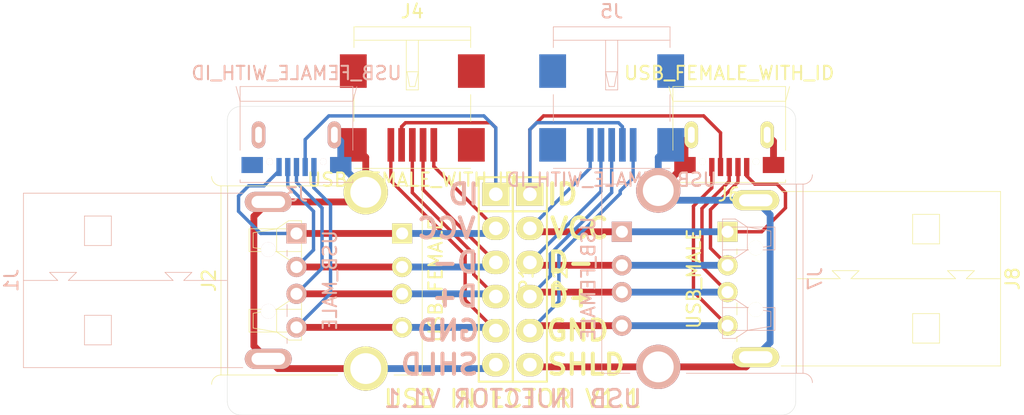
<source format=kicad_pcb>
(kicad_pcb (version 20221018) (generator pcbnew)
  (layers (0 "F.Cu" signal) (31 "B.Cu" signal) (34 "B.Paste" user) (35 "F.Paste" user) (36 "B.SilkS" user "B.Silkscreen") (37 "F.SilkS" user "F.Silkscreen") (38 "B.Mask" user) (39 "F.Mask" user) (44 "Edge.Cuts" user))
  (net 0 "")
  (net 1 "Net-(J1-Pad1)")
  (net 2 "Net-(J1-Pad2)")
  (net 3 "Net-(J1-Pad3)")
  (net 4 "Net-(J1-Pad4)")
  (net 5 "Net-(J1-Pad5)")
  (net 6 "Net-(J3-Pad4)")
  (net 7 "Net-(J5-Pad1)")
  (net 8 "Net-(J5-Pad2)")
  (net 9 "Net-(J5-Pad3)")
  (net 10 "Net-(J5-Pad4)")
  (net 11 "Net-(J5-Pad5)")
  (net 12 "Net-(J5-Pad6)")
  (footprint "Connectors:USB_A_Female" (layer "F.Cu") (at 73.025 69.469 -90)
    (fp_text reference "J2" (at 3.5 14.4 90) (layer "F.SilkS"))
    (fp_text value "USB_FEMALE" (at 3.5 -2.5 270) (layer "F.SilkS"))
    (fp_line (start -3.55 -1.5) (end 10.55 -1.5) (stroke (width 0.05)) (layer "F.SilkS"))
    (fp_line (start -3.55 0.6) (end -3.55 -1.5) (stroke (width 0.05)) (layer "F.SilkS"))
    (fp_line (start -3.55 13.5) (end -3.55 4.8) (stroke (width 0.05)) (layer "F.SilkS"))
    (fp_line (start -0.95 7.5) (end -0.95 8.45) (stroke (width 0.05)) (layer "F.SilkS"))
    (fp_line (start -0.95 8.45) (end -0.35 9.35) (stroke (width 0.05)) (layer "F.SilkS"))
    (fp_line (start -0.35 9.35) (end 1.35 9.35) (stroke (width 0.05)) (layer "F.SilkS"))
    (fp_line (start -0.35 9.4) (end -0.35 7.5) (stroke (width 0.05)) (layer "F.SilkS"))
    (fp_line (start -0.35 9.4) (end -0.35 11.4) (stroke (width 0.05)) (layer "F.SilkS"))
    (fp_line (start -0.35 11.4) (end 1.35 11.4) (stroke (width 0.05)) (layer "F.SilkS"))
    (fp_line (start -0.05 11.1) (end -0.35 9.35) (stroke (width 0.05)) (layer "F.SilkS"))
    (fp_line (start -0.05 11.1) (end 1.05 11.1) (stroke (width 0.05)) (layer "F.SilkS"))
    (fp_line (start 1.05 11.1) (end 1.35 9.35) (stroke (width 0.05)) (layer "F.SilkS"))
    (fp_line (start 1.35 9.45) (end 1.35 7.5) (stroke (width 0.05)) (layer "F.SilkS"))
    (fp_line (start 1.35 11.4) (end 1.35 9.45) (stroke (width 0.05)) (layer "F.SilkS"))
    (fp_line (start 1.95 7.5) (end -0.95 7.5) (stroke (width 0.05)) (layer "F.SilkS"))
    (fp_line (start 1.95 7.5) (end 1.95 8.45) (stroke (width 0.05)) (layer "F.SilkS"))
    (fp_line (start 1.95 8.45) (end 1.35 9.35) (stroke (width 0.05)) (layer "F.SilkS"))
    (fp_line (start 5.05 7.5) (end 5.05 8.45) (stroke (width 0.05)) (layer "F.SilkS"))
    (fp_line (start 5.05 8.45) (end 5.65 9.35) (stroke (width 0.05)) (layer "F.SilkS"))
    (fp_line (start 5.65 9.35) (end 7.35 9.35) (stroke (width 0.05)) (layer "F.SilkS"))
    (fp_line (start 5.65 9.4) (end 5.65 7.5) (stroke (width 0.05)) (layer "F.SilkS"))
    (fp_line (start 5.65 9.4) (end 5.65 11.4) (stroke (width 0.05)) (layer "F.SilkS"))
    (fp_line (start 5.65 11.4) (end 7.35 11.4) (stroke (width 0.05)) (layer "F.SilkS"))
    (fp_line (start 5.95 11.1) (end 5.65 9.35) (stroke (width 0.05)) (layer "F.SilkS"))
    (fp_line (start 5.95 11.1) (end 7.05 11.1) (stroke (width 0.05)) (layer "F.SilkS"))
    (fp_line (start 7.05 11.1) (end 7.35 9.35) (stroke (width 0.05)) (layer "F.SilkS"))
    (fp_line (start 7.35 9.45) (end 7.35 7.5) (stroke (width 0.05)) (layer "F.SilkS"))
    (fp_line (start 7.35 11.4) (end 7.35 9.45) (stroke (width 0.05)) (layer "F.SilkS"))
    (fp_line (start 7.95 7.5) (end 5.05 7.5) (stroke (width 0.05)) (layer "F.SilkS"))
    (fp_line (start 7.95 7.5) (end 7.95 8.45) (stroke (width 0.05)) (layer "F.SilkS"))
    (fp_line (start 7.95 8.45) (end 7.35 9.35) (stroke (width 0.05)) (layer "F.SilkS"))
    (fp_line (start 10.55 0.6) (end 10.55 -1.5) (stroke (width 0.05)) (layer "F.SilkS"))
    (fp_line (start 10.55 4.8) (end 10.55 13.5) (stroke (width 0.05)) (layer "F.SilkS"))
    (fp_line (start 10.55 13) (end -3.55 13) (stroke (width 0.05)) (layer "F.SilkS"))
    (fp_line (start 10.55 13.5) (end -3.55 13.5) (stroke (width 0.05)) (layer "F.SilkS"))
    (fp_arc (start -3.55 13.5) (mid -3.755025 13.994975) (end -4.25 14.2) (stroke (width 0.05)) (layer "F.SilkS"))
    (fp_arc (start 11.25 14.2) (mid 10.755025 13.994975) (end 10.55 13.5) (stroke (width 0.05)) (layer "F.SilkS"))
    (pad "1" thru_hole rect (at 0 0 270) (size 1.5 1.5) (drill 0.9) (layers "*.Cu" "*.Mask" "F.SilkS") (net 1 "Net-(J1-Pad1)"))
    (pad "2" thru_hole circle (at 2.5 0 270) (size 1.5 1.5) (drill 0.9) (layers "*.Cu" "*.Mask" "F.SilkS") (net 2 "Net-(J1-Pad2)"))
    (pad "3" thru_hole circle (at 4.5 0 270) (size 1.5 1.5) (drill 0.9) (layers "*.Cu" "*.Mask" "F.SilkS") (net 3 "Net-(J1-Pad3)"))
    (pad "4" thru_hole circle (at 7 0 270) (size 1.5 1.5) (drill 0.9) (layers "*.Cu" "*.Mask" "F.SilkS") (net 4 "Net-(J1-Pad4)"))
    (pad "5" thru_hole circle (at -3.071 2.71 270) (size 3.3 3.3) (drill 2.3) (layers "*.Cu" "*.Mask" "F.SilkS") (net 5 "Net-(J1-Pad5)"))
    (pad "5" thru_hole circle (at 10.071 2.71 270) (size 3.3 3.3) (drill 2.3) (layers "*.Cu" "*.Mask" "F.SilkS") (net 5 "Net-(J1-Pad5)"))
  )
  (footprint "Pin_Headers:Pin_Header_Straight_1x06" (layer "F.Cu") (at 82.55 72.898 -90)
    (fp_text reference "P2" (at 0 -2.286 270) (layer "F.SilkS"))
    (fp_text value "CONN_6" hide)
    (fp_line (start -7.62 -1.27) (end -7.62 1.27) (stroke (width 0.15)) (layer "F.SilkS"))
    (fp_line (start -7.62 -1.27) (end -5.08 -1.27) (stroke (width 0.15)) (layer "F.SilkS"))
    (fp_line (start -7.62 1.27) (end -5.08 1.27) (stroke (width 0.15)) (layer "F.SilkS"))
    (fp_line (start -5.08 -1.27) (end -5.08 1.27) (stroke (width 0.15)) (layer "F.SilkS"))
    (fp_line (start -5.08 -1.27) (end 7.62 -1.27) (stroke (width 0.15)) (layer "F.SilkS"))
    (fp_line (start 7.62 -1.27) (end 7.62 1.27) (stroke (width 0.15)) (layer "F.SilkS"))
    (fp_line (start 7.62 1.27) (end -5.08 1.27) (stroke (width 0.15)) (layer "F.SilkS"))
    (pad "1" thru_hole rect (at -6.35 0 270) (size 1.7272 2.032) (drill 1.016) (layers "*.Cu" "*.Mask" "F.SilkS") (net 10 "Net-(J5-Pad4)"))
    (pad "2" thru_hole oval (at -3.81 0 270) (size 1.7272 2.032) (drill 1.016) (layers "*.Cu" "*.Mask" "F.SilkS") (net 7 "Net-(J5-Pad1)"))
    (pad "3" thru_hole oval (at -1.27 0 270) (size 1.7272 2.032) (drill 1.016) (layers "*.Cu" "*.Mask" "F.SilkS") (net 8 "Net-(J5-Pad2)"))
    (pad "4" thru_hole oval (at 1.27 0 270) (size 1.7272 2.032) (drill 1.016) (layers "*.Cu" "*.Mask" "F.SilkS") (net 9 "Net-(J5-Pad3)"))
    (pad "5" thru_hole oval (at 3.81 0 270) (size 1.7272 2.032) (drill 1.016) (layers "*.Cu" "*.Mask" "F.SilkS") (net 11 "Net-(J5-Pad5)"))
    (pad "6" thru_hole oval (at 6.35 0 270) (size 1.7272 2.032) (drill 1.016) (layers "*.Cu" "*.Mask" "F.SilkS") (net 12 "Net-(J5-Pad6)"))
  )
  (footprint "Pin_Headers:Pin_Header_Straight_1x06" (layer "F.Cu") (at 80.01 72.898 -90)
    (fp_text reference "P1" (at 0 -2.286 270) (layer "F.SilkS"))
    (fp_text value "CONN_6" hide)
    (fp_line (start -7.62 -1.27) (end -7.62 1.27) (stroke (width 0.15)) (layer "F.SilkS"))
    (fp_line (start -7.62 -1.27) (end -5.08 -1.27) (stroke (width 0.15)) (layer "F.SilkS"))
    (fp_line (start -7.62 1.27) (end -5.08 1.27) (stroke (width 0.15)) (layer "F.SilkS"))
    (fp_line (start -5.08 -1.27) (end -5.08 1.27) (stroke (width 0.15)) (layer "F.SilkS"))
    (fp_line (start -5.08 -1.27) (end 7.62 -1.27) (stroke (width 0.15)) (layer "F.SilkS"))
    (fp_line (start 7.62 -1.27) (end 7.62 1.27) (stroke (width 0.15)) (layer "F.SilkS"))
    (fp_line (start 7.62 1.27) (end -5.08 1.27) (stroke (width 0.15)) (layer "F.SilkS"))
    (pad "1" thru_hole rect (at -6.35 0 270) (size 1.7272 2.032) (drill 1.016) (layers "*.Cu" "*.Mask" "F.SilkS") (net 6 "Net-(J3-Pad4)"))
    (pad "2" thru_hole oval (at -3.81 0 270) (size 1.7272 2.032) (drill 1.016) (layers "*.Cu" "*.Mask" "F.SilkS") (net 1 "Net-(J1-Pad1)"))
    (pad "3" thru_hole oval (at -1.27 0 270) (size 1.7272 2.032) (drill 1.016) (layers "*.Cu" "*.Mask" "F.SilkS") (net 2 "Net-(J1-Pad2)"))
    (pad "4" thru_hole oval (at 1.27 0 270) (size 1.7272 2.032) (drill 1.016) (layers "*.Cu" "*.Mask" "F.SilkS") (net 3 "Net-(J1-Pad3)"))
    (pad "5" thru_hole oval (at 3.81 0 270) (size 1.7272 2.032) (drill 1.016) (layers "*.Cu" "*.Mask" "F.SilkS") (net 4 "Net-(J1-Pad4)"))
    (pad "6" thru_hole oval (at 6.35 0 270) (size 1.7272 2.032) (drill 1.016) (layers "*.Cu" "*.Mask" "F.SilkS") (net 5 "Net-(J1-Pad5)"))
  )
  (footprint "Connectors:USB_Micro-B_Female_Wellco_AUSB_1011_05S2" (layer "F.Cu") (at 97.409 64.516 180)
    (fp_text reference "J6" (at 0 -2.05 180) (layer "F.SilkS"))
    (fp_text value "USB_FEMALE_WITH_ID" (at 0 7 180) (layer "F.SilkS"))
    (fp_line (start -4.2 -1.15) (end -4.2 -0.95) (stroke (width 0.05)) (layer "F.SilkS"))
    (fp_line (start -4.2 -1.15) (end 4.2 -1.15) (stroke (width 0.05)) (layer "F.SilkS"))
    (fp_line (start -4.2 1.25) (end -4.2 5.4) (stroke (width 0.05)) (layer "F.SilkS"))
    (fp_line (start -4.2 4.9) (end -4.5 6) (stroke (width 0.05)) (layer "F.SilkS"))
    (fp_line (start -4.2 6) (end -4.2 5.4) (stroke (width 0.05)) (layer "F.SilkS"))
    (fp_line (start 4.2 -1.15) (end 4.2 -0.95) (stroke (width 0.05)) (layer "F.SilkS"))
    (fp_line (start 4.2 1.25) (end 4.2 5.4) (stroke (width 0.05)) (layer "F.SilkS"))
    (fp_line (start 4.2 4.9) (end -4.2 4.9) (stroke (width 0.05)) (layer "F.SilkS"))
    (fp_line (start 4.2 4.9) (end 4.5 6) (stroke (width 0.05)) (layer "F.SilkS"))
    (fp_line (start 4.2 6) (end -4.2 6) (stroke (width 0.05)) (layer "F.SilkS"))
    (fp_line (start 4.2 6) (end 4.2 5.4) (stroke (width 0.05)) (layer "F.SilkS"))
    (pad "" np_thru_hole circle (at -2 0.4) (size 0.5 0.5) (drill 0.5) (layers "*.Cu" "*.Mask" "F.SilkS") (clearance 0.249999))
    (pad "" np_thru_hole circle (at 2 0.4) (size 0.5 0.5) (drill 0.5) (layers "*.Cu" "*.Mask" "F.SilkS") (clearance 0.24999))
    (pad "1" smd rect (at -1.3 0) (size 0.4 1.35) (layers "F.Cu" "F.Paste" "F.Mask") (net 7 "Net-(J5-Pad1)") (clearance 0.24999))
    (pad "2" smd rect (at -0.65 0) (size 0.4 1.35) (layers "F.Cu" "F.Paste" "F.Mask") (net 8 "Net-(J5-Pad2)") (clearance 0.25))
    (pad "3" smd rect (at 0 0) (size 0.4 1.35) (layers "F.Cu" "F.Paste" "F.Mask") (net 9 "Net-(J5-Pad3)") (clearance 0.25))
    (pad "4" smd rect (at 0.65 0) (size 0.4 1.35) (layers "F.Cu" "F.Paste" "F.Mask") (net 10 "Net-(J5-Pad4)") (clearance 0.25))
    (pad "5" smd rect (at 1.3 0) (size 0.4 1.35) (layers "F.Cu" "F.Paste" "F.Mask") (net 11 "Net-(J5-Pad5)") (clearance 0.24999))
    (pad "6" smd rect (at -3.3 0.15) (size 1.6 1.2) (layers "F.Cu" "F.Paste" "F.Mask") (net 12 "Net-(J5-Pad6)") (clearance 0.249999))
    (pad "6" thru_hole oval (at -2.825 2.4) (size 1 2) (drill oval 0.5 1.2) (layers "*.Cu" "*.Mask" "F.SilkS") (net 12 "Net-(J5-Pad6)") (clearance 0.25))
    (pad "6" thru_hole oval (at 2.825 2.4) (size 1 2) (drill oval 0.5 1.2) (layers "*.Cu" "*.Mask" "F.SilkS") (net 12 "Net-(J5-Pad6)") (clearance 0.25))
    (pad "6" smd rect (at 3.3 0.15) (size 1.6 1.2) (layers "F.Cu" "F.Paste" "F.Mask") (net 12 "Net-(J5-Pad6)") (clearance 0.24999))
  )
  (footprint "Connectors:USB_A_Male" (layer "F.Cu") (at 97.282 69.342 -90)
    (fp_text reference "J8" (at 3.5 -21.25 270) (layer "F.SilkS"))
    (fp_text value "USB_MALE" (at 3.5 2.5 90) (layer "F.SilkS"))
    (fp_line (start -3 -4) (end -3 -20.35) (stroke (width 0.05)) (layer "F.SilkS"))
    (fp_line (start -1.3 -15.8) (end -1.3 -13.8) (stroke (width 0.05)) (layer "F.SilkS"))
    (fp_line (start -1.3 -13.8) (end 0.9 -13.8) (stroke (width 0.05)) (layer "F.SilkS"))
    (fp_line (start 0.9 -15.8) (end -1.3 -15.8) (stroke (width 0.05)) (layer "F.SilkS"))
    (fp_line (start 0.9 -13.8) (end 0.9 -15.8) (stroke (width 0.05)) (layer "F.SilkS"))
    (fp_line (start 1.25 -0.7) (end 1.7 -0.7) (stroke (width 0.05)) (layer "F.SilkS"))
    (fp_line (start 2.9 -18.4) (end 3.5 -17.8) (stroke (width 0.05)) (layer "F.SilkS"))
    (fp_line (start 2.9 -16.4) (end 2.9 -18.4) (stroke (width 0.05)) (layer "F.SilkS"))
    (fp_line (start 2.9 -9.8) (end 3.5 -9.2) (stroke (width 0.05)) (layer "F.SilkS"))
    (fp_line (start 2.9 -7.8) (end 2.9 -9.8) (stroke (width 0.05)) (layer "F.SilkS"))
    (fp_line (start 3.5 -17.8) (end 3.5 -20.35) (stroke (width 0.05)) (layer "F.SilkS"))
    (fp_line (start 3.5 -17) (end 2.9 -16.4) (stroke (width 0.05)) (layer "F.SilkS"))
    (fp_line (start 3.5 -9.2) (end 3.5 -17) (stroke (width 0.05)) (layer "F.SilkS"))
    (fp_line (start 3.5 -8.4) (end 2.9 -7.8) (stroke (width 0.05)) (layer "F.SilkS"))
    (fp_line (start 3.5 -5.2) (end 3.5 -8.4) (stroke (width 0.05)) (layer "F.SilkS"))
    (fp_line (start 5.3 -0.7) (end 6.2 -0.7) (stroke (width 0.05)) (layer "F.SilkS"))
    (fp_line (start 6.1 -15.8) (end 8.3 -15.8) (stroke (width 0.05)) (layer "F.SilkS"))
    (fp_line (start 6.1 -13.8) (end 6.1 -15.8) (stroke (width 0.05)) (layer "F.SilkS"))
    (fp_line (start 7.8 -0.7) (end 8.2 -0.7) (stroke (width 0.05)) (layer "F.SilkS"))
    (fp_line (start 8.3 -15.8) (end 8.3 -13.8) (stroke (width 0.05)) (layer "F.SilkS"))
    (fp_line (start 8.3 -13.8) (end 6.1 -13.8) (stroke (width 0.05)) (layer "F.SilkS"))
    (fp_line (start 10 -20.35) (end -3 -20.35) (stroke (width 0.05)) (layer "F.SilkS"))
    (fp_line (start 10 -20.35) (end 10 -4) (stroke (width 0.05)) (layer "F.SilkS"))
    (fp_line (start 10 -5.13) (end -3 -5.13) (stroke (width 0.05)) (layer "F.SilkS"))
    (pad "" np_thru_hole circle (at 1.2 -2.1 90) (size 1.1 1.1) (drill 1.1) (layers "*.Cu" "*.Mask" "F.SilkS"))
    (pad "" np_thru_hole circle (at 5.8 -2.1 90) (size 1.1 1.1) (drill 1.1) (layers "*.Cu" "*.Mask" "F.SilkS"))
    (pad "1" thru_hole rect (at 0 0 90) (size 1.5 1.5) (drill 0.9) (layers "*.Cu" "*.Mask" "F.SilkS") (net 7 "Net-(J5-Pad1)"))
    (pad "2" thru_hole circle (at 2.5 0 90) (size 1.5 1.5) (drill 0.9) (layers "*.Cu" "*.Mask" "F.SilkS") (net 8 "Net-(J5-Pad2)"))
    (pad "3" thru_hole circle (at 4.5 0 90) (size 1.5 1.5) (drill 0.9) (layers "*.Cu" "*.Mask" "F.SilkS") (net 9 "Net-(J5-Pad3)"))
    (pad "4" thru_hole circle (at 7 0 90) (size 1.5 1.5) (drill 0.9) (layers "*.Cu" "*.Mask" "F.SilkS") (net 11 "Net-(J5-Pad5)"))
    (pad "5" thru_hole oval (at -2.35 -2.1 90) (size 1.5 3.5) (drill oval 0.9 2.5) (layers "*.Cu" "*.Mask" "F.SilkS") (net 12 "Net-(J5-Pad6)"))
    (pad "5" thru_hole oval (at 9.35 -2.1 90) (size 1.5 3.5) (drill oval 0.9 2.5) (layers "*.Cu" "*.Mask" "F.SilkS") (net 12 "Net-(J5-Pad6)"))
  )
  (footprint "Connectors:USB_Mini-B_Female" (layer "F.Cu") (at 73.787 62.865 180)
    (fp_text reference "J4" (at 0 9.95) (layer "F.SilkS"))
    (fp_text value "USB_FEMALE_WITH_ID" (at 0 -2.6) (layer "F.SilkS"))
    (fp_line (start -4.35 -1.75) (end 4.35 -1.75) (stroke (width 0.05)) (layer "F.SilkS"))
    (fp_line (start -4.35 1.75) (end -4.35 3.75) (stroke (width 0.05)) (layer "F.SilkS"))
    (fp_line (start -4.35 7.25) (end -4.35 7.8) (stroke (width 0.05)) (layer "F.SilkS"))
    (fp_line (start -4.35 7.8) (end -4.35 8.8) (stroke (width 0.05)) (layer "F.SilkS"))
    (fp_line (start -4.35 7.8) (end 4.35 7.8) (stroke (width 0.05)) (layer "F.SilkS"))
    (fp_line (start -4.35 8.8) (end 4.35 8.8) (stroke (width 0.05)) (layer "F.SilkS"))
    (fp_line (start -0.45 4.1) (end 0.45 4.1) (stroke (width 0.05)) (layer "F.SilkS"))
    (fp_line (start -0.45 5.45) (end 0.45 5.45) (stroke (width 0.05)) (layer "F.SilkS"))
    (fp_line (start -0.45 7.8) (end -0.45 4.1) (stroke (width 0.05)) (layer "F.SilkS"))
    (fp_line (start -0.2 4.35) (end -0.45 5.45) (stroke (width 0.05)) (layer "F.SilkS"))
    (fp_line (start 0.2 4.35) (end -0.2 4.35) (stroke (width 0.05)) (layer "F.SilkS"))
    (fp_line (start 0.4 5.45) (end 0.2 4.35) (stroke (width 0.05)) (layer "F.SilkS"))
    (fp_line (start 0.45 4.1) (end 0.45 7.8) (stroke (width 0.05)) (layer "F.SilkS"))
    (fp_line (start 4.35 1.75) (end 4.35 3.75) (stroke (width 0.05)) (layer "F.SilkS"))
    (fp_line (start 4.35 7.25) (end 4.35 7.8) (stroke (width 0.05)) (layer "F.SilkS"))
    (fp_line (start 4.35 7.8) (end 4.35 8.8) (stroke (width 0.05)) (layer "F.SilkS"))
    (pad "1" smd rect (at -1.6 0) (size 0.5 2.5) (layers "F.Cu" "F.Paste" "F.Mask") (net 1 "Net-(J1-Pad1)"))
    (pad "2" smd rect (at -0.8 0) (size 0.5 2.5) (layers "F.Cu" "F.Paste" "F.Mask") (net 2 "Net-(J1-Pad2)"))
    (pad "3" smd rect (at 0 0) (size 0.5 2.5) (layers "F.Cu" "F.Paste" "F.Mask") (net 3 "Net-(J1-Pad3)"))
    (pad "4" smd rect (at 0.8 0) (size 0.5 2.5) (layers "F.Cu" "F.Paste" "F.Mask") (net 6 "Net-(J3-Pad4)"))
    (pad "5" smd rect (at 1.6 0) (size 0.5 2.5) (layers "F.Cu" "F.Paste" "F.Mask") (net 4 "Net-(J1-Pad4)"))
    (pad "6" smd rect (at -4.4 0) (size 2 2.5) (layers "F.Cu" "F.Paste" "F.Mask") (net 5 "Net-(J1-Pad5)"))
    (pad "6" smd rect (at -4.4 5.5) (size 2 2.5) (layers "F.Cu" "F.Paste" "F.Mask") (net 5 "Net-(J1-Pad5)"))
    (pad "6" smd rect (at 4.4 0) (size 2 2.5) (layers "F.Cu" "F.Paste" "F.Mask") (net 5 "Net-(J1-Pad5)"))
    (pad "6" smd rect (at 4.4 5.5) (size 2 2.5) (layers "F.Cu" "F.Paste" "F.Mask") (net 5 "Net-(J1-Pad5)"))
  )
  (footprint "Connectors:USB_A_Male" (layer "B.Cu") (at 65.151 69.469 -90)
    (fp_text reference "J1" (at 3.5 21.25 270) (layer "B.SilkS") (effects (justify mirror)))
    (fp_text value "USB_MALE" (at 3.5 -2.5 90) (layer "B.SilkS") (effects (justify mirror)))
    (fp_line (start -3 4) (end -3 20.35) (stroke (width 0.05)) (layer "B.SilkS"))
    (fp_line (start -1.3 13.8) (end 0.9 13.8) (stroke (width 0.05)) (layer "B.SilkS"))
    (fp_line (start -1.3 15.8) (end -1.3 13.8) (stroke (width 0.05)) (layer "B.SilkS"))
    (fp_line (start 0.9 13.8) (end 0.9 15.8) (stroke (width 0.05)) (layer "B.SilkS"))
    (fp_line (start 0.9 15.8) (end -1.3 15.8) (stroke (width 0.05)) (layer "B.SilkS"))
    (fp_line (start 1.25 0.7) (end 1.7 0.7) (stroke (width 0.05)) (layer "B.SilkS"))
    (fp_line (start 2.9 7.8) (end 2.9 9.8) (stroke (width 0.05)) (layer "B.SilkS"))
    (fp_line (start 2.9 9.8) (end 3.5 9.2) (stroke (width 0.05)) (layer "B.SilkS"))
    (fp_line (start 2.9 16.4) (end 2.9 18.4) (stroke (width 0.05)) (layer "B.SilkS"))
    (fp_line (start 2.9 18.4) (end 3.5 17.8) (stroke (width 0.05)) (layer "B.SilkS"))
    (fp_line (start 3.5 5.2) (end 3.5 8.4) (stroke (width 0.05)) (layer "B.SilkS"))
    (fp_line (start 3.5 8.4) (end 2.9 7.8) (stroke (width 0.05)) (layer "B.SilkS"))
    (fp_line (start 3.5 9.2) (end 3.5 17) (stroke (width 0.05)) (layer "B.SilkS"))
    (fp_line (start 3.5 17) (end 2.9 16.4) (stroke (width 0.05)) (layer "B.SilkS"))
    (fp_line (start 3.5 17.8) (end 3.5 20.35) (stroke (width 0.05)) (layer "B.SilkS"))
    (fp_line (start 5.3 0.7) (end 6.2 0.7) (stroke (width 0.05)) (layer "B.SilkS"))
    (fp_line (start 6.1 13.8) (end 6.1 15.8) (stroke (width 0.05)) (layer "B.SilkS"))
    (fp_line (start 6.1 15.8) (end 8.3 15.8) (stroke (width 0.05)) (layer "B.SilkS"))
    (fp_line (start 7.8 0.7) (end 8.2 0.7) (stroke (width 0.05)) (layer "B.SilkS"))
    (fp_line (start 8.3 13.8) (end 6.1 13.8) (stroke (width 0.05)) (layer "B.SilkS"))
    (fp_line (start 8.3 15.8) (end 8.3 13.8) (stroke (width 0.05)) (layer "B.SilkS"))
    (fp_line (start 10 5.13) (end -3 5.13) (stroke (width 0.05)) (layer "B.SilkS"))
    (fp_line (start 10 20.35) (end -3 20.35) (stroke (width 0.05)) (layer "B.SilkS"))
    (fp_line (start 10 20.35) (end 10 4) (stroke (width 0.05)) (layer "B.SilkS"))
    (pad "" np_thru_hole circle (at 1.2 2.1 90) (size 1.1 1.1) (drill 1.1) (layers "*.Cu" "*.Mask" "B.SilkS"))
    (pad "" np_thru_hole circle (at 5.8 2.1 90) (size 1.1 1.1) (drill 1.1) (layers "*.Cu" "*.Mask" "B.SilkS"))
    (pad "1" thru_hole rect (at 0 0 90) (size 1.5 1.5) (drill 0.9) (layers "*.Cu" "*.Mask" "B.SilkS") (net 1 "Net-(J1-Pad1)"))
    (pad "2" thru_hole circle (at 2.5 0 90) (size 1.5 1.5) (drill 0.9) (layers "*.Cu" "*.Mask" "B.SilkS") (net 2 "Net-(J1-Pad2)"))
    (pad "3" thru_hole circle (at 4.5 0 90) (size 1.5 1.5) (drill 0.9) (layers "*.Cu" "*.Mask" "B.SilkS") (net 3 "Net-(J1-Pad3)"))
    (pad "4" thru_hole circle (at 7 0 90) (size 1.5 1.5) (drill 0.9) (layers "*.Cu" "*.Mask" "B.SilkS") (net 4 "Net-(J1-Pad4)"))
    (pad "5" thru_hole oval (at -2.35 2.1 90) (size 1.5 3.5) (drill oval 0.9 2.5) (layers "*.Cu" "*.Mask" "B.SilkS") (net 5 "Net-(J1-Pad5)"))
    (pad "5" thru_hole oval (at 9.35 2.1 90) (size 1.5 3.5) (drill oval 0.9 2.5) (layers "*.Cu" "*.Mask" "B.SilkS") (net 5 "Net-(J1-Pad5)"))
  )
  (footprint "Connectors:USB_Micro-B_Female_Wellco_AUSB_1011_05S2" (layer "B.Cu") (at 65.151 64.516)
    (fp_text reference "J3" (at 0 2.05) (layer "B.SilkS") (effects (justify mirror)))
    (fp_text value "USB_FEMALE_WITH_ID" (at 0 -7) (layer "B.SilkS") (effects (justify mirror)))
    (fp_line (start -4.2 -6) (end -4.2 -5.4) (stroke (width 0.05)) (layer "B.SilkS"))
    (fp_line (start -4.2 -4.9) (end -4.5 -6) (stroke (width 0.05)) (layer "B.SilkS"))
    (fp_line (start -4.2 -1.25) (end -4.2 -5.4) (stroke (width 0.05)) (layer "B.SilkS"))
    (fp_line (start -4.2 1.15) (end -4.2 0.95) (stroke (width 0.05)) (layer "B.SilkS"))
    (fp_line (start -4.2 1.15) (end 4.2 1.15) (stroke (width 0.05)) (layer "B.SilkS"))
    (fp_line (start 4.2 -6) (end -4.2 -6) (stroke (width 0.05)) (layer "B.SilkS"))
    (fp_line (start 4.2 -6) (end 4.2 -5.4) (stroke (width 0.05)) (layer "B.SilkS"))
    (fp_line (start 4.2 -4.9) (end -4.2 -4.9) (stroke (width 0.05)) (layer "B.SilkS"))
    (fp_line (start 4.2 -4.9) (end 4.5 -6) (stroke (width 0.05)) (layer "B.SilkS"))
    (fp_line (start 4.2 -1.25) (end 4.2 -5.4) (stroke (width 0.05)) (layer "B.SilkS"))
    (fp_line (start 4.2 1.15) (end 4.2 0.95) (stroke (width 0.05)) (layer "B.SilkS"))
    (pad "" np_thru_hole circle (at -2 -0.4 180) (size 0.5 0.5) (drill 0.5) (layers "*.Cu" "*.Mask" "B.SilkS") (clearance 0.249999))
    (pad "" np_thru_hole circle (at 2 -0.4 180) (size 0.5 0.5) (drill 0.5) (layers "*.Cu" "*.Mask" "B.SilkS") (clearance 0.24999))
    (pad "1" smd rect (at -1.3 0 180) (size 0.4 1.35) (layers "B.Cu" "B.Paste" "B.Mask") (net 1 "Net-(J1-Pad1)") (clearance 0.24999))
    (pad "2" smd rect (at -0.65 0 180) (size 0.4 1.35) (layers "B.Cu" "B.Paste" "B.Mask") (net 2 "Net-(J1-Pad2)") (clearance 0.25))
    (pad "3" smd rect (at 0 0 180) (size 0.4 1.35) (layers "B.Cu" "B.Paste" "B.Mask") (net 3 "Net-(J1-Pad3)") (clearance 0.25))
    (pad "4" smd rect (at 0.65 0 180) (size 0.4 1.35) (layers "B.Cu" "B.Paste" "B.Mask") (net 6 "Net-(J3-Pad4)") (clearance 0.25))
    (pad "5" smd rect (at 1.3 0 180) (size 0.4 1.35) (layers "B.Cu" "B.Paste" "B.Mask") (net 4 "Net-(J1-Pad4)") (clearance 0.24999))
    (pad "6" smd rect (at -3.3 -0.15 180) (size 1.6 1.2) (layers "B.Cu" "B.Paste" "B.Mask") (net 5 "Net-(J1-Pad5)") (clearance 0.249999))
    (pad "6" thru_hole oval (at -2.825 -2.4 180) (size 1 2) (drill oval 0.5 1.2) (layers "*.Cu" "*.Mask" "B.SilkS") (net 5 "Net-(J1-Pad5)") (clearance 0.25))
    (pad "6" thru_hole oval (at 2.825 -2.4 180) (size 1 2) (drill oval 0.5 1.2) (layers "*.Cu" "*.Mask" "B.SilkS") (net 5 "Net-(J1-Pad5)") (clearance 0.25))
    (pad "6" smd rect (at 3.3 -0.15 180) (size 1.6 1.2) (layers "B.Cu" "B.Paste" "B.Mask") (net 5 "Net-(J1-Pad5)") (clearance 0.24999))
  )
  (footprint "Connectors:USB_Mini-B_Female" (layer "B.Cu") (at 88.646 62.865)
    (fp_text reference "J5" (at 0 -9.95 180) (layer "B.SilkS") (effects (justify mirror)))
    (fp_text value "USB_FEMALE_WITH_ID" (at 0 2.6 180) (layer "B.SilkS") (effects (justify mirror)))
    (fp_line (start -4.35 -8.8) (end 4.35 -8.8) (stroke (width 0.05)) (layer "B.SilkS"))
    (fp_line (start -4.35 -7.8) (end -4.35 -8.8) (stroke (width 0.05)) (layer "B.SilkS"))
    (fp_line (start -4.35 -7.8) (end 4.35 -7.8) (stroke (width 0.05)) (layer "B.SilkS"))
    (fp_line (start -4.35 -7.25) (end -4.35 -7.8) (stroke (width 0.05)) (layer "B.SilkS"))
    (fp_line (start -4.35 -1.75) (end -4.35 -3.75) (stroke (width 0.05)) (layer "B.SilkS"))
    (fp_line (start -4.35 1.75) (end 4.35 1.75) (stroke (width 0.05)) (layer "B.SilkS"))
    (fp_line (start -0.45 -7.8) (end -0.45 -4.1) (stroke (width 0.05)) (layer "B.SilkS"))
    (fp_line (start -0.45 -5.45) (end 0.45 -5.45) (stroke (width 0.05)) (layer "B.SilkS"))
    (fp_line (start -0.45 -4.1) (end 0.45 -4.1) (stroke (width 0.05)) (layer "B.SilkS"))
    (fp_line (start -0.2 -4.35) (end -0.45 -5.45) (stroke (width 0.05)) (layer "B.SilkS"))
    (fp_line (start 0.2 -4.35) (end -0.2 -4.35) (stroke (width 0.05)) (layer "B.SilkS"))
    (fp_line (start 0.4 -5.45) (end 0.2 -4.35) (stroke (width 0.05)) (layer "B.SilkS"))
    (fp_line (start 0.45 -4.1) (end 0.45 -7.8) (stroke (width 0.05)) (layer "B.SilkS"))
    (fp_line (start 4.35 -7.8) (end 4.35 -8.8) (stroke (width 0.05)) (layer "B.SilkS"))
    (fp_line (start 4.35 -7.25) (end 4.35 -7.8) (stroke (width 0.05)) (layer "B.SilkS"))
    (fp_line (start 4.35 -1.75) (end 4.35 -3.75) (stroke (width 0.05)) (layer "B.SilkS"))
    (pad "1" smd rect (at -1.6 0 180) (size 0.5 2.5) (layers "B.Cu" "B.Paste" "B.Mask") (net 7 "Net-(J5-Pad1)"))
    (pad "2" smd rect (at -0.8 0 180) (size 0.5 2.5) (layers "B.Cu" "B.Paste" "B.Mask") (net 8 "Net-(J5-Pad2)"))
    (pad "3" smd rect (at 0 0 180) (size 0.5 2.5) (layers "B.Cu" "B.Paste" "B.Mask") (net 9 "Net-(J5-Pad3)"))
    (pad "4" smd rect (at 0.8 0 180) (size 0.5 2.5) (layers "B.Cu" "B.Paste" "B.Mask") (net 10 "Net-(J5-Pad4)"))
    (pad "5" smd rect (at 1.6 0 180) (size 0.5 2.5) (layers "B.Cu" "B.Paste" "B.Mask") (net 11 "Net-(J5-Pad5)"))
    (pad "6" smd rect (at -4.4 -5.5 180) (size 2 2.5) (layers "B.Cu" "B.Paste" "B.Mask") (net 12 "Net-(J5-Pad6)"))
    (pad "6" smd rect (at -4.4 0 180) (size 2 2.5) (layers "B.Cu" "B.Paste" "B.Mask") (net 12 "Net-(J5-Pad6)"))
    (pad "6" smd rect (at 4.4 -5.5 180) (size 2 2.5) (layers "B.Cu" "B.Paste" "B.Mask") (net 12 "Net-(J5-Pad6)"))
    (pad "6" smd rect (at 4.4 0 180) (size 2 2.5) (layers "B.Cu" "B.Paste" "B.Mask") (net 12 "Net-(J5-Pad6)"))
  )
  (footprint "Connectors:USB_A_Female" (layer "B.Cu") (at 89.408 69.342 -90)
    (fp_text reference "J7" (at 3.5 -14.4 90) (layer "B.SilkS") (effects (justify mirror)))
    (fp_text value "USB_FEMALE" (at 3.5 2.5 270) (layer "B.SilkS") (effects (justify mirror)))
    (fp_line (start -3.55 -13.5) (end -3.55 -4.8) (stroke (width 0.05)) (layer "B.SilkS"))
    (fp_line (start -3.55 -0.6) (end -3.55 1.5) (stroke (width 0.05)) (layer "B.SilkS"))
    (fp_line (start -3.55 1.5) (end 10.55 1.5) (stroke (width 0.05)) (layer "B.SilkS"))
    (fp_line (start -0.95 -8.45) (end -0.35 -9.35) (stroke (width 0.05)) (layer "B.SilkS"))
    (fp_line (start -0.95 -7.5) (end -0.95 -8.45) (stroke (width 0.05)) (layer "B.SilkS"))
    (fp_line (start -0.35 -11.4) (end 1.35 -11.4) (stroke (width 0.05)) (layer "B.SilkS"))
    (fp_line (start -0.35 -9.4) (end -0.35 -11.4) (stroke (width 0.05)) (layer "B.SilkS"))
    (fp_line (start -0.35 -9.4) (end -0.35 -7.5) (stroke (width 0.05)) (layer "B.SilkS"))
    (fp_line (start -0.35 -9.35) (end 1.35 -9.35) (stroke (width 0.05)) (layer "B.SilkS"))
    (fp_line (start -0.05 -11.1) (end -0.35 -9.35) (stroke (width 0.05)) (layer "B.SilkS"))
    (fp_line (start -0.05 -11.1) (end 1.05 -11.1) (stroke (width 0.05)) (layer "B.SilkS"))
    (fp_line (start 1.05 -11.1) (end 1.35 -9.35) (stroke (width 0.05)) (layer "B.SilkS"))
    (fp_line (start 1.35 -11.4) (end 1.35 -9.45) (stroke (width 0.05)) (layer "B.SilkS"))
    (fp_line (start 1.35 -9.45) (end 1.35 -7.5) (stroke (width 0.05)) (layer "B.SilkS"))
    (fp_line (start 1.95 -8.45) (end 1.35 -9.35) (stroke (width 0.05)) (layer "B.SilkS"))
    (fp_line (start 1.95 -7.5) (end -0.95 -7.5) (stroke (width 0.05)) (layer "B.SilkS"))
    (fp_line (start 1.95 -7.5) (end 1.95 -8.45) (stroke (width 0.05)) (layer "B.SilkS"))
    (fp_line (start 5.05 -8.45) (end 5.65 -9.35) (stroke (width 0.05)) (layer "B.SilkS"))
    (fp_line (start 5.05 -7.5) (end 5.05 -8.45) (stroke (width 0.05)) (layer "B.SilkS"))
    (fp_line (start 5.65 -11.4) (end 7.35 -11.4) (stroke (width 0.05)) (layer "B.SilkS"))
    (fp_line (start 5.65 -9.4) (end 5.65 -11.4) (stroke (width 0.05)) (layer "B.SilkS"))
    (fp_line (start 5.65 -9.4) (end 5.65 -7.5) (stroke (width 0.05)) (layer "B.SilkS"))
    (fp_line (start 5.65 -9.35) (end 7.35 -9.35) (stroke (width 0.05)) (layer "B.SilkS"))
    (fp_line (start 5.95 -11.1) (end 5.65 -9.35) (stroke (width 0.05)) (layer "B.SilkS"))
    (fp_line (start 5.95 -11.1) (end 7.05 -11.1) (stroke (width 0.05)) (layer "B.SilkS"))
    (fp_line (start 7.05 -11.1) (end 7.35 -9.35) (stroke (width 0.05)) (layer "B.SilkS"))
    (fp_line (start 7.35 -11.4) (end 7.35 -9.45) (stroke (width 0.05)) (layer "B.SilkS"))
    (fp_line (start 7.35 -9.45) (end 7.35 -7.5) (stroke (width 0.05)) (layer "B.SilkS"))
    (fp_line (start 7.95 -8.45) (end 7.35 -9.35) (stroke (width 0.05)) (layer "B.SilkS"))
    (fp_line (start 7.95 -7.5) (end 5.05 -7.5) (stroke (width 0.05)) (layer "B.SilkS"))
    (fp_line (start 7.95 -7.5) (end 7.95 -8.45) (stroke (width 0.05)) (layer "B.SilkS"))
    (fp_line (start 10.55 -13.5) (end -3.55 -13.5) (stroke (width 0.05)) (layer "B.SilkS"))
    (fp_line (start 10.55 -13) (end -3.55 -13) (stroke (width 0.05)) (layer "B.SilkS"))
    (fp_line (start 10.55 -4.8) (end 10.55 -13.5) (stroke (width 0.05)) (layer "B.SilkS"))
    (fp_line (start 10.55 -0.6) (end 10.55 1.5) (stroke (width 0.05)) (layer "B.SilkS"))
    (fp_arc (start -4.25 -14.2) (mid -3.755025 -13.994975) (end -3.55 -13.5) (stroke (width 0.05)) (layer "B.SilkS"))
    (fp_arc (start 10.55 -13.5) (mid 10.755025 -13.994975) (end 11.25 -14.2) (stroke (width 0.05)) (layer "B.SilkS"))
    (pad "1" thru_hole rect (at 0 0 270) (size 1.5 1.5) (drill 0.9) (layers "*.Cu" "*.Mask" "B.SilkS") (net 7 "Net-(J5-Pad1)"))
    (pad "2" thru_hole circle (at 2.5 0 270) (size 1.5 1.5) (drill 0.9) (layers "*.Cu" "*.Mask" "B.SilkS") (net 8 "Net-(J5-Pad2)"))
    (pad "3" thru_hole circle (at 4.5 0 270) (size 1.5 1.5) (drill 0.9) (layers "*.Cu" "*.Mask" "B.SilkS") (net 9 "Net-(J5-Pad3)"))
    (pad "4" thru_hole circle (at 7 0 270) (size 1.5 1.5) (drill 0.9) (layers "*.Cu" "*.Mask" "B.SilkS") (net 11 "Net-(J5-Pad5)"))
    (pad "5" thru_hole circle (at -3.071 -2.71 270) (size 3.3 3.3) (drill 2.3) (layers "*.Cu" "*.Mask" "B.SilkS") (net 12 "Net-(J5-Pad6)"))
    (pad "5" thru_hole circle (at 10.071 -2.71 270) (size 3.3 3.3) (drill 2.3) (layers "*.Cu" "*.Mask" "B.SilkS") (net 12 "Net-(J5-Pad6)"))
  )
  (gr_arc (start 101.365 60) (mid 102.072107 60.292893) (end 102.365 61) (stroke (width 0.0254)) (layer "Edge.Cuts"))
  (gr_line (start 61 83) (end 101.365 83) (stroke (width 0.0254)) (layer "Edge.Cuts"))
  (gr_line (start 61 60) (end 101.365 60) (stroke (width 0.0254)) (layer "Edge.Cuts"))
  (gr_arc (start 60 61) (mid 60.292893 60.292893) (end 61 60) (stroke (width 0.0254)) (layer "Edge.Cuts"))
  (gr_line (start 60 82) (end 60 61) (stroke (width 0.0254)) (layer "Edge.Cuts"))
  (gr_line (start 102.365 61) (end 102.365 82) (stroke (width 0.0254)) (layer "Edge.Cuts"))
  (gr_arc (start 102.365 82) (mid 102.072107 82.707107) (end 101.365 83) (stroke (width 0.0254)) (layer "Edge.Cuts"))
  (gr_arc (start 61 83) (mid 60.292893 82.707107) (end 60 82) (stroke (width 0.0254)) (layer "Edge.Cuts"))
  (gr_text "VCC" (at 76.327 69.088) (layer "B.SilkS") (effects (font (size 1.5 1.5) (thickness 0.3)) (justify mirror)))
  (gr_text "D-" (at 76.962 71.628) (layer "B.SilkS") (effects (font (size 1.5 1.5) (thickness 0.3)) (justify mirror)))
  (gr_text "USB INJECTOR V1.1" (at 81.28 81.788) (layer "B.SilkS") (effects (font (size 1.3 1.3) (thickness 0.2)) (justify mirror)))
  (gr_text "D+" (at 76.962 74.168) (layer "B.SilkS") (effects (font (size 1.5 1.5) (thickness 0.3)) (justify mirror)))
  (gr_text "ID" (at 77.597 66.548) (layer "B.SilkS") (effects (font (size 1.5 1.5) (thickness 0.3)) (justify mirror)))
  (gr_text "SHLD" (at 75.819 79.248) (layer "B.SilkS") (effects (font (size 1.5 1.5) (thickness 0.3)) (justify mirror)))
  (gr_text "GND" (at 76.454 76.708) (layer "B.SilkS") (effects (font (size 1.5 1.5) (thickness 0.3)) (justify mirror)))
  (gr_text "VCC" (at 86.233 69.088) (layer "F.SilkS") (effects (font (size 1.5 1.5) (thickness 0.3))))
  (gr_text "D-" (at 85.598 71.628) (layer "F.SilkS") (effects (font (size 1.5 1.5) (thickness 0.3))))
  (gr_text "D+" (at 85.598 74.168) (layer "F.SilkS") (effects (font (size 1.5 1.5) (thickness 0.3))))
  (gr_text "ID" (at 84.963 66.548) (layer "F.SilkS") (effects (font (size 1.5 1.5) (thickness 0.3))))
  (gr_text "GND" (at 86.106 76.708) (layer "F.SilkS") (effects (font (size 1.5 1.5) (thickness 0.3))))
  (gr_text "SHLD" (at 86.741 79.248) (layer "F.SilkS") (effects (font (size 1.5 1.5) (thickness 0.3))))
  (gr_text "USB INJECTOR V1.1" (at 81.28 81.788) (layer "F.SilkS") (effects (font (size 1.3 1.3) (thickness 0.2))))
  (segment (start 79.629 69.469) (end 80.01 69.088) (width 0.508) (layer "F.Cu") (net 1))
  (segment (start 75.387 64.465) (end 80.01 69.088) (width 0.254) (layer "F.Cu") (net 1))
  (segment (start 75.387 62.865) (end 75.387 64.465) (width 0.254) (layer "F.Cu") (net 1))
  (segment (start 65.151 69.469) (end 73.025 69.469) (width 0.508) (layer "F.Cu") (net 1))
  (segment (start 63.851 64.8) (end 62.738 65.913) (width 0.254) (layer "B.Cu") (net 1))
  (segment (start 62.738 65.913) (end 61.595 65.913) (width 0.254) (layer "B.Cu") (net 1))
  (segment (start 61.595 65.913) (end 60.833 66.675) (width 0.254) (layer "B.Cu") (net 1))
  (segment (start 60.833 66.675) (end 60.833 67.818) (width 0.254) (layer "B.Cu") (net 1))
  (segment (start 60.833 67.818) (end 62.484 69.469) (width 0.254) (layer "B.Cu") (net 1))
  (segment (start 62.484 69.469) (end 65.151 69.469) (width 0.254) (layer "B.Cu") (net 1))
  (segment (start 79.629 69.469) (end 80.01 69.088) (width 0.508) (layer "B.Cu") (net 1))
  (segment (start 73.025 69.469) (end 79.629 69.469) (width 0.508) (layer "B.Cu") (net 1))
  (segment (start 63.851 64.516) (end 63.851 64.8) (width 0.254) (layer "B.Cu") (net 1))
  (segment (start 79.669 71.969) (end 80.01 71.628) (width 0.508) (layer "F.Cu") (net 2))
  (segment (start 74.587 66.205) (end 80.01 71.628) (width 0.254) (layer "F.Cu") (net 2))
  (segment (start 73.025 71.969) (end 65.151 71.969) (width 0.508) (layer "F.Cu") (net 2))
  (segment (start 74.587 62.865) (end 74.587 66.205) (width 0.254) (layer "F.Cu") (net 2))
  (segment (start 64.501 65.898) (end 66.421 67.818) (width 0.254) (layer "B.Cu") (net 2))
  (segment (start 66.421 67.818) (end 66.421 70.699) (width 0.254) (layer "B.Cu") (net 2))
  (segment (start 66.421 70.699) (end 65.151 71.969) (width 0.254) (layer "B.Cu") (net 2))
  (segment (start 79.669 71.969) (end 80.01 71.628) (width 0.508) (layer "B.Cu") (net 2))
  (segment (start 64.501 64.516) (end 64.501 65.898) (width 0.254) (layer "B.Cu") (net 2))
  (segment (start 73.025 71.969) (end 79.669 71.969) (width 0.508) (layer "B.Cu") (net 2))
  (segment (start 79.811 73.969) (end 80.01 74.168) (width 0.508) (layer "F.Cu") (net 3))
  (segment (start 73.787 66.421) (end 78.359 70.993) (width 0.254) (layer "F.Cu") (net 3))
  (segment (start 78.359 70.993) (end 78.359 72.517) (width 0.254) (layer "F.Cu") (net 3))
  (segment (start 78.359 72.517) (end 80.01 74.168) (width 0.254) (layer "F.Cu") (net 3))
  (segment (start 73.787 62.865) (end 73.787 66.421) (width 0.254) (layer "F.Cu") (net 3))
  (segment (start 65.151 73.969) (end 73.025 73.969) (width 0.508) (layer "F.Cu") (net 3))
  (segment (start 65.151 65.659) (end 67.056 67.564) (width 0.254) (layer "B.Cu") (net 3))
  (segment (start 67.056 67.564) (end 67.056 72.064) (width 0.254) (layer "B.Cu") (net 3))
  (segment (start 67.056 72.064) (end 65.151 73.969) (width 0.254) (layer "B.Cu") (net 3))
  (segment (start 79.811 73.969) (end 80.01 74.168) (width 0.508) (layer "B.Cu") (net 3))
  (segment (start 65.151 64.516) (end 65.151 65.659) (width 0.254) (layer "B.Cu") (net 3))
  (segment (start 73.025 73.969) (end 79.811 73.969) (width 0.508) (layer "B.Cu") (net 3))
  (segment (start 79.771 76.469) (end 80.01 76.708) (width 0.508) (layer "F.Cu") (net 4))
  (segment (start 72.187 65.539424) (end 77.724 71.076424) (width 0.254) (layer "F.Cu") (net 4))
  (segment (start 77.724 71.076424) (end 77.724 74.422) (width 0.254) (layer "F.Cu") (net 4))
  (segment (start 77.724 74.422) (end 80.01 76.708) (width 0.254) (layer "F.Cu") (net 4))
  (segment (start 73.025 76.469) (end 65.151 76.469) (width 0.508) (layer "F.Cu") (net 4))
  (segment (start 72.187 62.865) (end 72.187 65.539424) (width 0.254) (layer "F.Cu") (net 4))
  (segment (start 66.451 66.07) (end 67.691 67.31) (width 0.254) (layer "B.Cu") (net 4))
  (segment (start 67.691 67.31) (end 67.691 73.929) (width 0.254) (layer "B.Cu") (net 4))
  (segment (start 67.691 73.929) (end 65.151 76.469) (width 0.254) (layer "B.Cu") (net 4))
  (segment (start 79.771 76.469) (end 80.01 76.708) (width 0.508) (layer "B.Cu") (net 4))
  (segment (start 66.451 64.516) (end 66.451 66.07) (width 0.254) (layer "B.Cu") (net 4))
  (segment (start 73.025 76.469) (end 79.771 76.469) (width 0.508) (layer "B.Cu") (net 4))
  (segment (start 70.607 79.248) (end 70.315 79.54) (width 0.508) (layer "F.Cu") (net 5))
  (segment (start 63.772 79.54) (end 63.051 78.819) (width 0.508) (layer "F.Cu") (net 5))
  (segment (start 69.594 67.119) (end 70.315 66.398) (width 0.508) (layer "F.Cu") (net 5))
  (segment (start 62.944 78.819) (end 61.976 77.851) (width 0.508) (layer "F.Cu") (net 5))
  (segment (start 61.976 77.851) (end 61.976 68.194) (width 0.508) (layer "F.Cu") (net 5))
  (segment (start 61.976 68.194) (end 63.051 67.119) (width 0.508) (layer "F.Cu") (net 5))
  (segment (start 69.387 65.47) (end 70.315 66.398) (width 0.508) (layer "F.Cu") (net 5))
  (segment (start 70.315 63.793) (end 69.387 62.865) (width 0.508) (layer "F.Cu") (net 5))
  (segment (start 70.315 66.398) (end 70.315 63.793) (width 0.508) (layer "F.Cu") (net 5))
  (segment (start 63.051 78.819) (end 62.944 78.819) (width 0.508) (layer "F.Cu") (net 5))
  (segment (start 63.051 78.819) (end 63.051 78.799) (width 0.508) (layer "F.Cu") (net 5))
  (segment (start 63.051 67.119) (end 69.594 67.119) (width 0.508) (layer "F.Cu") (net 5))
  (segment (start 70.315 79.54) (end 63.772 79.54) (width 0.508) (layer "F.Cu") (net 5))
  (segment (start 70.315 66.23) (end 68.451 64.366) (width 0.508) (layer "B.Cu") (net 5))
  (segment (start 79.718 79.54) (end 80.01 79.248) (width 0.508) (layer "B.Cu") (net 5))
  (segment (start 68.451 62.591) (end 67.976 62.116) (width 0.508) (layer "B.Cu") (net 5))
  (segment (start 70.315 66.398) (end 70.315 66.23) (width 0.508) (layer "B.Cu") (net 5))
  (segment (start 70.315 79.54) (end 79.718 79.54) (width 0.508) (layer "B.Cu") (net 5))
  (segment (start 68.451 64.366) (end 68.451 62.591) (width 0.508) (layer "B.Cu") (net 5))
  (segment (start 72.987 61.506) (end 73.279 61.214) (width 0.254) (layer "F.Cu") (net 6))
  (segment (start 73.279 61.214) (end 79.629 61.214) (width 0.254) (layer "F.Cu") (net 6))
  (segment (start 79.629 61.214) (end 80.01 61.595) (width 0.254) (layer "F.Cu") (net 6))
  (segment (start 80.01 61.595) (end 80.01 66.548) (width 0.254) (layer "F.Cu") (net 6))
  (segment (start 72.987 62.865) (end 72.987 61.506) (width 0.254) (layer "F.Cu") (net 6))
  (segment (start 65.801 62.469) (end 67.564 60.706) (width 0.254) (layer "B.Cu") (net 6))
  (segment (start 67.564 60.706) (end 79.121 60.706) (width 0.254) (layer "B.Cu") (net 6))
  (segment (start 79.121 60.706) (end 80.01 61.595) (width 0.254) (layer "B.Cu") (net 6))
  (segment (start 80.01 61.595) (end 80.01 66.548) (width 0.254) (layer "B.Cu") (net 6))
  (segment (start 65.801 64.516) (end 65.801 62.469) (width 0.254) (layer "B.Cu") (net 6))
  (segment (start 82.804 69.342) (end 82.55 69.088) (width 0.508) (layer "F.Cu") (net 7))
  (segment (start 98.709 65.181) (end 99.314 65.786) (width 0.254) (layer "F.Cu") (net 7))
  (segment (start 99.314 65.786) (end 100.965 65.786) (width 0.254) (layer "F.Cu") (net 7))
  (segment (start 100.965 65.786) (end 101.6 66.421) (width 0.254) (layer "F.Cu") (net 7))
  (segment (start 101.6 66.421) (end 101.6 67.564) (width 0.254) (layer "F.Cu") (net 7))
  (segment (start 101.6 67.564) (end 99.822 69.342) (width 0.254) (layer "F.Cu") (net 7))
  (segment (start 99.822 69.342) (end 97.282 69.342) (width 0.254) (layer "F.Cu") (net 7))
  (segment (start 98.709 64.516) (end 98.709 65.181) (width 0.254) (layer "F.Cu") (net 7))
  (segment (start 89.408 69.342) (end 82.804 69.342) (width 0.508) (layer "F.Cu") (net 7))
  (segment (start 87.046 64.592) (end 82.55 69.088) (width 0.254) (layer "B.Cu") (net 7))
  (segment (start 87.046 62.865) (end 87.046 64.592) (width 0.254) (layer "B.Cu") (net 7))
  (segment (start 97.282 69.342) (end 89.408 69.342) (width 0.508) (layer "B.Cu") (net 7))
  (segment (start 82.764 71.842) (end 82.55 71.628) (width 0.508) (layer "F.Cu") (net 8))
  (segment (start 98.059 65.644) (end 96.012 67.691) (width 0.254) (layer "F.Cu") (net 8))
  (segment (start 96.012 67.691) (end 96.012 70.572) (width 0.254) (layer "F.Cu") (net 8))
  (segment (start 96.012 70.572) (end 97.282 71.842) (width 0.254) (layer "F.Cu") (net 8))
  (segment (start 89.408 71.842) (end 82.764 71.842) (width 0.508) (layer "F.Cu") (net 8))
  (segment (start 98.059 64.516) (end 98.059 65.644) (width 0.254) (layer "F.Cu") (net 8))
  (segment (start 87.846 66.332) (end 82.55 71.628) (width 0.254) (layer "B.Cu") (net 8))
  (segment (start 87.846 62.865) (end 87.846 66.332) (width 0.254) (layer "B.Cu") (net 8))
  (segment (start 97.282 71.842) (end 89.408 71.842) (width 0.508) (layer "B.Cu") (net 8))
  (segment (start 82.876 73.842) (end 82.55 74.168) (width 0.508) (layer "F.Cu") (net 9))
  (segment (start 97.409 65.575576) (end 95.377 67.607576) (width 0.254) (layer "F.Cu") (net 9))
  (segment (start 95.377 67.607576) (end 95.377 71.937) (width 0.254) (layer "F.Cu") (net 9))
  (segment (start 95.377 71.937) (end 97.282 73.842) (width 0.254) (layer "F.Cu") (net 9))
  (segment (start 89.408 73.842) (end 82.876 73.842) (width 0.508) (layer "F.Cu") (net 9))
  (segment (start 97.409 64.516) (end 97.409 65.575576) (width 0.254) (layer "F.Cu") (net 9))
  (segment (start 88.646 66.421) (end 84.074 70.993) (width 0.254) (layer "B.Cu") (net 9))
  (segment (start 84.074 70.993) (end 84.074 72.644) (width 0.254) (layer "B.Cu") (net 9))
  (segment (start 84.074 72.644) (end 82.55 74.168) (width 0.254) (layer "B.Cu") (net 9))
  (segment (start 97.282 73.842) (end 89.408 73.842) (width 0.508) (layer "B.Cu") (net 9))
  (segment (start 88.646 62.865) (end 88.646 66.421) (width 0.254) (layer "B.Cu") (net 9))
  (segment (start 96.759 61.961) (end 95.504 60.706) (width 0.254) (layer "F.Cu") (net 10))
  (segment (start 95.504 60.706) (end 83.566 60.706) (width 0.254) (layer "F.Cu") (net 10))
  (segment (start 83.566 60.706) (end 82.55 61.722) (width 0.254) (layer "F.Cu") (net 10))
  (segment (start 82.55 61.722) (end 82.55 66.548) (width 0.254) (layer "F.Cu") (net 10))
  (segment (start 96.759 64.516) (end 96.759 61.961) (width 0.254) (layer "F.Cu") (net 10))
  (segment (start 89.446 61.506) (end 89.154 61.214) (width 0.254) (layer "B.Cu") (net 10))
  (segment (start 89.154 61.214) (end 83.058 61.214) (width 0.254) (layer "B.Cu") (net 10))
  (segment (start 83.058 61.214) (end 82.55 61.722) (width 0.254) (layer "B.Cu") (net 10))
  (segment (start 82.55 61.722) (end 82.55 66.548) (width 0.254) (layer "B.Cu") (net 10))
  (segment (start 89.446 62.865) (end 89.446 61.506) (width 0.254) (layer "B.Cu") (net 10))
  (segment (start 82.916 76.342) (end 82.55 76.708) (width 0.508) (layer "F.Cu") (net 11))
  (segment (start 96.109 66.07) (end 94.742 67.437) (width 0.254) (layer "F.Cu") (net 11))
  (segment (start 94.742 67.437) (end 94.742 73.802) (width 0.254) (layer "F.Cu") (net 11))
  (segment (start 94.742 73.802) (end 97.282 76.342) (width 0.254) (layer "F.Cu") (net 11))
  (segment (start 89.408 76.342) (end 82.916 76.342) (width 0.508) (layer "F.Cu") (net 11))
  (segment (start 96.109 64.516) (end 96.109 66.07) (width 0.254) (layer "F.Cu") (net 11))
  (segment (start 90.246 65.329) (end 89.281 66.294) (width 0.254) (layer "B.Cu") (net 11))
  (segment (start 89.281 66.294) (end 89.281 66.504424) (width 0.254) (layer "B.Cu") (net 11))
  (segment (start 89.281 66.504424) (end 84.709 71.076424) (width 0.254) (layer "B.Cu") (net 11))
  (segment (start 84.709 71.076424) (end 84.709 74.549) (width 0.254) (layer "B.Cu") (net 11))
  (segment (start 84.709 74.549) (end 82.55 76.708) (width 0.254) (layer "B.Cu") (net 11))
  (segment (start 90.246 62.865) (end 90.246 65.329) (width 0.254) (layer "B.Cu") (net 11))
  (segment (start 97.282 76.342) (end 89.408 76.342) (width 0.508) (layer "B.Cu") (net 11))
  (segment (start 82.715 79.413) (end 82.55 79.248) (width 0.508) (layer "F.Cu") (net 12))
  (segment (start 98.661 79.413) (end 99.382 78.692) (width 0.508) (layer "F.Cu") (net 12))
  (segment (start 92.204 66.271) (end 94.109 64.366) (width 0.508) (layer "F.Cu") (net 12))
  (segment (start 94.109 62.591) (end 94.584 62.116) (width 0.508) (layer "F.Cu") (net 12))
  (segment (start 100.709 62.591) (end 100.234 62.116) (width 0.508) (layer "F.Cu") (net 12))
  (segment (start 92.118 79.413) (end 82.715 79.413) (width 0.508) (layer "F.Cu") (net 12))
  (segment (start 100.709 64.366) (end 100.709 62.591) (width 0.508) (layer "F.Cu") (net 12))
  (segment (start 92.118 79.413) (end 98.661 79.413) (width 0.508) (layer "F.Cu") (net 12))
  (segment (start 94.109 64.366) (end 94.109 62.591) (width 0.508) (layer "F.Cu") (net 12))
  (segment (start 92.118 66.271) (end 92.204 66.271) (width 0.508) (layer "F.Cu") (net 12))
  (segment (start 92.118 63.793) (end 93.046 62.865) (width 0.508) (layer "B.Cu") (net 12))
  (segment (start 99.382 78.672) (end 100.457 77.597) (width 0.508) (layer "B.Cu") (net 12))
  (segment (start 100.457 77.597) (end 100.457 68.067) (width 0.508) (layer "B.Cu") (net 12))
  (segment (start 100.457 68.067) (end 99.382 66.992) (width 0.508) (layer "B.Cu") (net 12))
  (segment (start 92.839 66.992) (end 92.118 66.271) (width 0.508) (layer "B.Cu") (net 12))
  (segment (start 99.382 66.992) (end 92.839 66.992) (width 0.508) (layer "B.Cu") (net 12))
  (segment (start 99.382 78.692) (end 99.382 78.672) (width 0.508) (layer "B.Cu") (net 12))
  (segment (start 92.118 66.271) (end 92.118 63.793) (width 0.508) (layer "B.Cu") (net 12))
)
</source>
